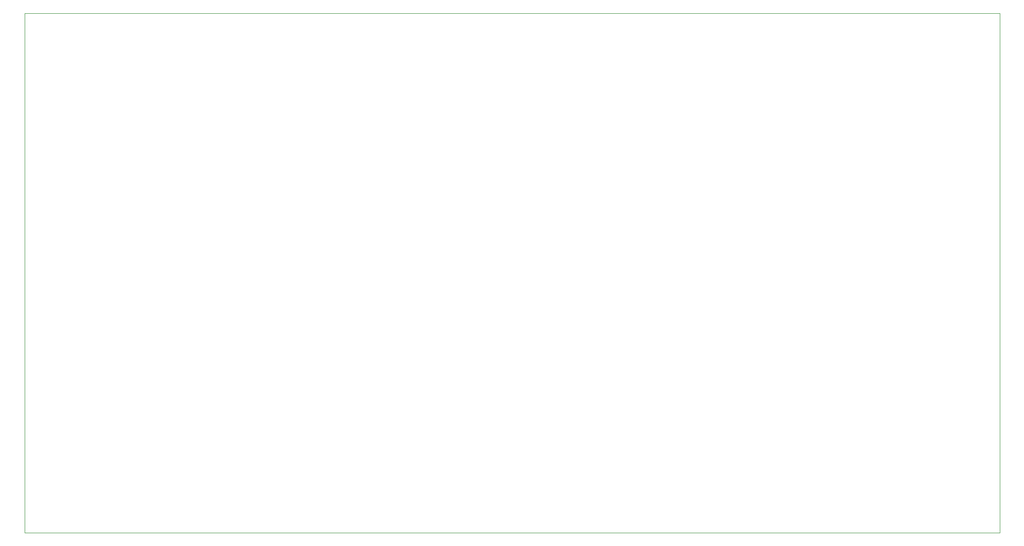
<source format=gbr>
G04 #@! TF.GenerationSoftware,KiCad,Pcbnew,7.0.6-0*
G04 #@! TF.CreationDate,2024-03-03T17:22:19+01:00*
G04 #@! TF.ProjectId,Z3660_v021d,5a333636-305f-4763-9032-31642e6b6963,v0.21d*
G04 #@! TF.SameCoordinates,Original*
G04 #@! TF.FileFunction,Profile,NP*
%FSLAX46Y46*%
G04 Gerber Fmt 4.6, Leading zero omitted, Abs format (unit mm)*
G04 Created by KiCad (PCBNEW 7.0.6-0) date 2024-03-03 17:22:19*
%MOMM*%
%LPD*%
G01*
G04 APERTURE LIST*
G04 #@! TA.AperFunction,Profile*
%ADD10C,0.050000*%
G04 #@! TD*
G04 APERTURE END LIST*
D10*
X80264000Y-29718000D02*
X254190500Y-29718000D01*
X80264000Y-122555000D02*
X254190500Y-122555000D01*
X80264000Y-122555000D02*
X80264000Y-29718000D01*
X254190500Y-29718000D02*
X254190500Y-122555000D01*
M02*

</source>
